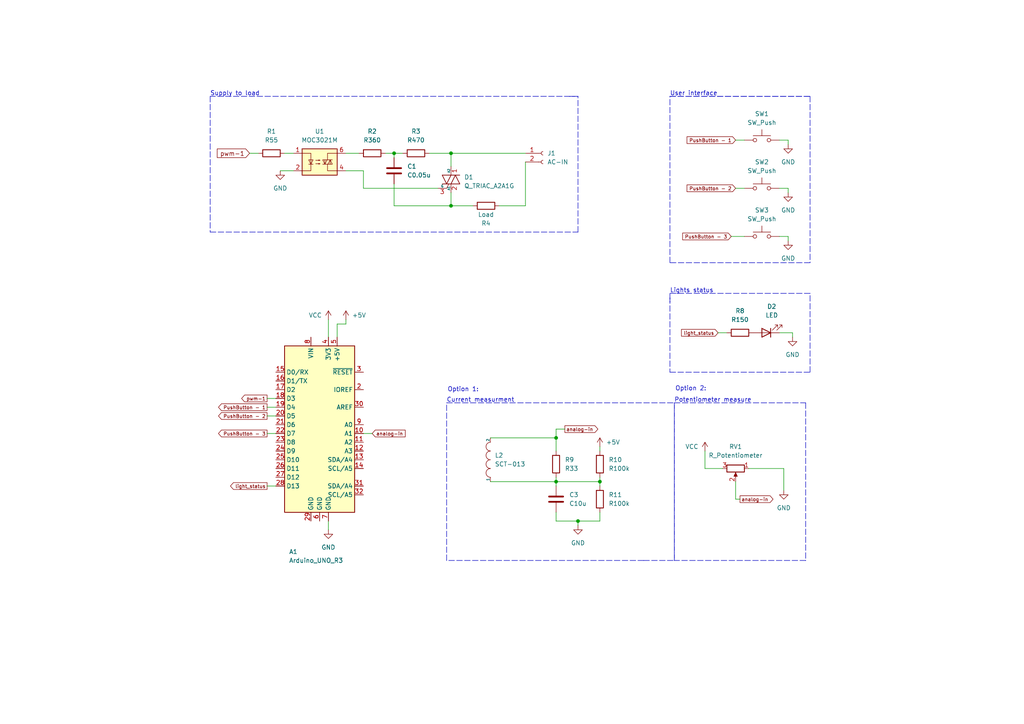
<source format=kicad_sch>
(kicad_sch (version 20231120) (generator "eeschema") (generator_version "8.0")
  (paper "A4")
  (lib_symbols
    (symbol "Connector:Conn_01x02_Female" (pin_names (offset 1.016) hide)
      (property "Reference" "J" (at 0 2.54 0))
      (property "Value" "Conn_01x02_Female" (at 0 -5.08 0))
      (symbol "Conn_01x02_Female_1_1"
        (arc (start 0 -2.032) (mid -0.5058 -2.54) (end 0 -3.048) (stroke (width 0.1524)))
        (polyline (pts (xy -1.27 -2.54) (xy -0.508 -2.54)) (stroke (width 0.1524)))
        (polyline (pts (xy -1.27 0) (xy -0.508 0)) (stroke (width 0.1524)))
        (arc (start 0 0.508) (mid -0.5058 0) (end 0 -0.508) (stroke (width 0.1524)))
        (pin passive line (at -5.08 0 0) (length 3.81) (name "Pin_1") (number "1"))
        (pin passive line (at -5.08 -2.54 0) (length 3.81) (name "Pin_2") (number "2"))
      )
    )
    (symbol "Device:C" (pin_numbers hide) (pin_names (offset 0.254))
      (property "Reference" "C" (at 0.635 2.54 0))
      (property "Value" "C" (at 0.635 -2.54 0))
      (symbol "C_0_1"
        (polyline (pts (xy -2.032 -0.762) (xy 2.032 -0.762)) (stroke (width 0.508)))
        (polyline (pts (xy -2.032 0.762) (xy 2.032 0.762)) (stroke (width 0.508)))
      )
      (symbol "C_1_1"
        (pin passive line (at 0 3.81 270) (length 2.794) (name "~") (number "1"))
        (pin passive line (at 0 -3.81 90) (length 2.794) (name "~") (number "2"))
      )
    )
    (symbol "Device:LED" (pin_numbers hide) (pin_names (offset 1.016) hide)
      (property "Reference" "D" (at 0 2.54 0))
      (property "Value" "LED" (at 0 -2.54 0))
      (symbol "LED_0_1"
        (polyline (pts (xy -1.27 -1.27) (xy -1.27 1.27)) (stroke (width 0.254)))
        (polyline (pts (xy -1.27 0) (xy 1.27 0)))
        (polyline (pts (xy 1.27 -1.27) (xy 1.27 1.27) (xy -1.27 0) (xy 1.27 -1.27)) (stroke (width 0.254)))
        (polyline (pts (xy -3.048 -0.762) (xy -4.572 -2.286) (xy -3.81 -2.286) (xy -4.572 -2.286) (xy -4.572 -1.524)))
        (polyline (pts (xy -1.778 -0.762) (xy -3.302 -2.286) (xy -2.54 -2.286) (xy -3.302 -2.286) (xy -3.302 -1.524)))
      )
      (symbol "LED_1_1"
        (pin passive line (at -3.81 0 0) (length 2.54) (name "K") (number "1"))
        (pin passive line (at 3.81 0 180) (length 2.54) (name "A") (number "2"))
      )
    )
    (symbol "Device:Q_TRIAC_A2A1G" (pin_names (offset 0))
      (property "Reference" "D" (at 3.175 0.635 0))
      (property "Value" "Q_TRIAC_A2A1G" (at 3.175 -1.27 0))
      (symbol "Q_TRIAC_A2A1G_0_1"
        (polyline (pts (xy -2.54 -1.27) (xy 2.54 -1.27)) (stroke (width 0.2032)))
        (polyline (pts (xy -2.54 1.27) (xy 2.54 1.27)) (stroke (width 0.2032)))
        (polyline (pts (xy -1.27 -2.54) (xy -0.635 -1.27)))
        (polyline (pts (xy -2.54 1.27) (xy -1.27 -1.27) (xy 0 1.27)) (stroke (width 0.2032)))
        (polyline (pts (xy 0 -1.27) (xy 1.27 1.27) (xy 2.54 -1.27)) (stroke (width 0.2032)))
      )
      (symbol "Q_TRIAC_A2A1G_1_1"
        (pin passive line (at 0 3.81 270) (length 2.54) (name "A2") (number "1"))
        (pin passive line (at 0 -3.81 90) (length 2.54) (name "A1") (number "2"))
        (pin input line (at -3.81 -2.54 0) (length 2.54) (name "G") (number "3"))
      )
    )
    (symbol "Device:R" (pin_numbers hide) (pin_names (offset 0))
      (property "Reference" "R" (at 2.032 0 90))
      (property "Value" "R" (at 0 0 90))
      (symbol "R_0_1"
        (rectangle (start -1.016 -2.54) (end 1.016 2.54) (stroke (width 0.254)))
      )
      (symbol "R_1_1"
        (pin passive line (at 0 3.81 270) (length 1.27) (name "~") (number "1"))
        (pin passive line (at 0 -3.81 90) (length 1.27) (name "~") (number "2"))
      )
    )
    (symbol "Device:R_Potentiometer" (pin_names (offset 1.016) hide)
      (property "Reference" "RV" (at -4.445 0 90))
      (property "Value" "R_Potentiometer" (at -2.54 0 90))
      (symbol "R_Potentiometer_0_1"
        (polyline (pts (xy 2.54 0) (xy 1.524 0)))
        (polyline (pts (xy 1.143 0) (xy 2.286 0.508) (xy 2.286 -0.508) (xy 1.143 0)) (fill (type outline)))
        (rectangle (start 1.016 2.54) (end -1.016 -2.54) (stroke (width 0.254)))
      )
      (symbol "R_Potentiometer_1_1"
        (pin passive line (at 0 3.81 270) (length 1.27) (name "1") (number "1"))
        (pin passive line (at 3.81 0 180) (length 1.27) (name "2") (number "2"))
        (pin passive line (at 0 -3.81 90) (length 1.27) (name "3") (number "3"))
      )
    )
    (symbol "MCU_Module:Arduino_UNO_R3"
      (property "Reference" "A" (at -10.16 23.495 0))
      (property "Value" "Arduino_UNO_R3" (at 5.08 -26.67 0))
      (symbol "Arduino_UNO_R3_0_1"
        (rectangle (start -10.16 22.86) (end 10.16 -25.4) (stroke (width 0.254)) (fill (type background)))
      )
      (symbol "Arduino_UNO_R3_1_1"
        (pin no_connect line (at -10.16 -20.32 0) (length 2.54) hide (name "NC") (number "1"))
        (pin bidirectional line (at 12.7 -2.54 180) (length 2.54) (name "A1") (number "10"))
        (pin bidirectional line (at 12.7 -5.08 180) (length 2.54) (name "A2") (number "11"))
        (pin bidirectional line (at 12.7 -7.62 180) (length 2.54) (name "A3") (number "12"))
        (pin bidirectional line (at 12.7 -10.16 180) (length 2.54) (name "SDA/A4") (number "13"))
        (pin bidirectional line (at 12.7 -12.7 180) (length 2.54) (name "SCL/A5") (number "14"))
        (pin bidirectional line (at -12.7 15.24 0) (length 2.54) (name "D0/RX") (number "15"))
        (pin bidirectional line (at -12.7 12.7 0) (length 2.54) (name "D1/TX") (number "16"))
        (pin bidirectional line (at -12.7 10.16 0) (length 2.54) (name "D2") (number "17"))
        (pin bidirectional line (at -12.7 7.62 0) (length 2.54) (name "D3") (number "18"))
        (pin bidirectional line (at -12.7 5.08 0) (length 2.54) (name "D4") (number "19"))
        (pin output line (at 12.7 10.16 180) (length 2.54) (name "IOREF") (number "2"))
        (pin bidirectional line (at -12.7 2.54 0) (length 2.54) (name "D5") (number "20"))
        (pin bidirectional line (at -12.7 0 0) (length 2.54) (name "D6") (number "21"))
        (pin bidirectional line (at -12.7 -2.54 0) (length 2.54) (name "D7") (number "22"))
        (pin bidirectional line (at -12.7 -5.08 0) (length 2.54) (name "D8") (number "23"))
        (pin bidirectional line (at -12.7 -7.62 0) (length 2.54) (name "D9") (number "24"))
        (pin bidirectional line (at -12.7 -10.16 0) (length 2.54) (name "D10") (number "25"))
        (pin bidirectional line (at -12.7 -12.7 0) (length 2.54) (name "D11") (number "26"))
        (pin bidirectional line (at -12.7 -15.24 0) (length 2.54) (name "D12") (number "27"))
        (pin bidirectional line (at -12.7 -17.78 0) (length 2.54) (name "D13") (number "28"))
        (pin power_in line (at -2.54 -27.94 90) (length 2.54) (name "GND") (number "29"))
        (pin input line (at 12.7 15.24 180) (length 2.54) (name "~{RESET}") (number "3"))
        (pin input line (at 12.7 5.08 180) (length 2.54) (name "AREF") (number "30"))
        (pin bidirectional line (at 12.7 -17.78 180) (length 2.54) (name "SDA/A4") (number "31"))
        (pin bidirectional line (at 12.7 -20.32 180) (length 2.54) (name "SCL/A5") (number "32"))
        (pin power_out line (at 2.54 25.4 270) (length 2.54) (name "3V3") (number "4"))
        (pin power_out line (at 5.08 25.4 270) (length 2.54) (name "+5V") (number "5"))
        (pin power_in line (at 0 -27.94 90) (length 2.54) (name "GND") (number "6"))
        (pin power_in line (at 2.54 -27.94 90) (length 2.54) (name "GND") (number "7"))
        (pin power_in line (at -2.54 25.4 270) (length 2.54) (name "VIN") (number "8"))
        (pin bidirectional line (at 12.7 0 180) (length 2.54) (name "A0") (number "9"))
      )
    )
    (symbol "Relay_SolidState:MOC3021M"
      (property "Reference" "U" (at -5.334 4.826 0))
      (property "Value" "MOC3021M" (at 0 5.08 0))
      (symbol "MOC3021M_0_1"
        (rectangle (start -5.08 3.81) (end 5.08 -3.81) (stroke (width 0.254)) (fill (type background)))
        (polyline (pts (xy -3.175 -0.635) (xy -1.905 -0.635)))
        (polyline (pts (xy 1.524 -0.635) (xy 1.524 0.635)))
        (polyline (pts (xy 3.048 0.635) (xy 3.048 -0.635)))
        (polyline (pts (xy 2.286 -0.635) (xy 2.286 -2.54) (xy 5.08 -2.54)))
        (polyline (pts (xy 2.286 0.635) (xy 2.286 2.54) (xy 5.08 2.54)))
        (polyline (pts (xy -5.08 2.54) (xy -2.54 2.54) (xy -2.54 -2.54) (xy -5.08 -2.54)))
        (polyline (pts (xy -2.54 -0.635) (xy -3.175 0.635) (xy -1.905 0.635) (xy -2.54 -0.635)))
        (polyline (pts (xy 0.889 -0.635) (xy 3.683 -0.635) (xy 3.048 0.635) (xy 2.413 -0.635)))
        (polyline (pts (xy 3.683 0.635) (xy 0.889 0.635) (xy 1.524 -0.635) (xy 2.159 0.635)))
        (polyline (pts (xy -1.143 -0.508) (xy 0.127 -0.508) (xy -0.254 -0.635) (xy -0.254 -0.381) (xy 0.127 -0.508)))
        (polyline (pts (xy -1.143 0.508) (xy 0.127 0.508) (xy -0.254 0.381) (xy -0.254 0.635) (xy 0.127 0.508)))
      )
      (symbol "MOC3021M_1_1"
        (pin passive line (at -7.62 2.54 0) (length 2.54) (name "~") (number "1"))
        (pin passive line (at -7.62 -2.54 0) (length 2.54) (name "~") (number "2"))
        (pin no_connect line (at -5.08 0 0) (length 2.54) hide (name "NC") (number "3"))
        (pin passive line (at 7.62 -2.54 180) (length 2.54) (name "~") (number "4"))
        (pin no_connect line (at 5.08 0 180) (length 2.54) hide (name "NC") (number "5"))
        (pin passive line (at 7.62 2.54 180) (length 2.54) (name "~") (number "6"))
      )
    )
    (symbol "Switch:SW_Push" (pin_numbers hide) (pin_names (offset 1.016) hide)
      (property "Reference" "SW" (at 1.27 2.54 0))
      (property "Value" "SW_Push" (at 0 -1.524 0))
      (symbol "SW_Push_0_1"
        (circle (center -2.032 0) (radius 0.508))
        (polyline (pts (xy 0 1.27) (xy 0 3.048)))
        (polyline (pts (xy 2.54 1.27) (xy -2.54 1.27)))
        (circle (center 2.032 0) (radius 0.508))
        (pin passive line (at -5.08 0 0) (length 2.54) (name "1") (number "1"))
        (pin passive line (at 5.08 0 180) (length 2.54) (name "2") (number "2"))
      )
    )
    (symbol "power:+5V" (power) (pin_names (offset 0))
      (property "Value" "+5V" (at 0 3.556 0))
      (symbol "+5V_0_1"
        (polyline (pts (xy -0.762 1.27) (xy 0 2.54)))
        (polyline (pts (xy 0 0) (xy 0 2.54)))
        (polyline (pts (xy 0 2.54) (xy 0.762 1.27)))
      )
      (symbol "+5V_1_1"
        (pin power_in line (at 0 0 90) (length 0) hide (name "+5V") (number "1"))
      )
    )
    (symbol "power:GND" (power) (pin_names (offset 0))
      (property "Value" "GND" (at 0 -3.81 0))
      (symbol "GND_0_1"
        (polyline (pts (xy 0 0) (xy 0 -1.27) (xy 1.27 -1.27) (xy 0 -2.54) (xy -1.27 -1.27) (xy 0 -1.27)))
      )
      (symbol "GND_1_1"
        (pin power_in line (at 0 0 270) (length 0) hide (name "GND") (number "1"))
      )
    )
    (symbol "power:VCC" (power) (pin_names (offset 0))
      (property "Value" "VCC" (at 0 3.81 0))
      (symbol "VCC_0_1"
        (polyline (pts (xy -0.762 1.27) (xy 0 2.54)))
        (polyline (pts (xy 0 0) (xy 0 2.54)))
        (polyline (pts (xy 0 2.54) (xy 0.762 1.27)))
      )
      (symbol "VCC_1_1"
        (pin power_in line (at 0 0 90) (length 0) hide (name "VCC") (number "1"))
      )
    )
    (symbol "pspice:INDUCTOR" (pin_numbers hide) (pin_names (offset 0))
      (property "Reference" "L" (at 0 2.54 0))
      (property "Value" "INDUCTOR" (at 0 -1.27 0))
      (symbol "INDUCTOR_0_1"
        (arc (start -2.54 0) (mid -3.81 1.2645) (end -5.08 0))
        (arc (start 0 0) (mid -1.27 1.2645) (end -2.54 0))
        (arc (start 2.54 0) (mid 1.27 1.2645) (end 0 0))
        (arc (start 5.08 0) (mid 3.81 1.2645) (end 2.54 0))
      )
      (symbol "INDUCTOR_1_1"
        (pin input line (at -6.35 0 0) (length 1.27) (name "1") (number "1"))
        (pin input line (at 6.35 0 180) (length 1.27) (name "2") (number "2"))
      )
    )
  )
  (junction (at 167.64 151.13))
  (junction (at 130.81 44.45))
  (junction (at 173.99 139.7))
  (junction (at 130.81 59.69))
  (junction (at 114.3 44.45))
  (junction (at 161.29 139.7))
  (junction (at 161.29 127))
  (wire (pts (xy 226.06 96.52) (xy 229.87 96.52)))
  (polyline (pts (xy 167.64 27.94) (xy 60.96 27.94)) (stroke (width 0) (type dash)))
  (wire (pts (xy 163.83 124.46) (xy 161.29 124.46)))
  (wire (pts (xy 130.81 55.88) (xy 130.81 59.69)))
  (wire (pts (xy 142.24 139.7) (xy 161.29 139.7)))
  (wire (pts (xy 217.17 135.89) (xy 227.33 135.89)))
  (polyline (pts (xy 186.69 162.56) (xy 129.54 162.56)) (stroke (width 0) (type dash)))
  (polyline (pts (xy 167.64 67.31) (xy 167.64 27.94)) (stroke (width 0) (type dash)))
  (wire (pts (xy 130.81 44.45) (xy 124.46 44.45)))
  (wire (pts (xy 213.36 54.61) (xy 215.9 54.61)))
  (polyline (pts (xy 194.31 107.95) (xy 234.95 107.95)) (stroke (width 0) (type dash)))
  (wire (pts (xy 114.3 44.45) (xy 116.84 44.45)))
  (wire (pts (xy 95.25 92.71) (xy 95.25 97.79)))
  (polyline (pts (xy 194.31 85.09) (xy 194.31 87.63)) (stroke (width 0) (type dash)))
  (wire (pts (xy 161.29 130.81) (xy 161.29 127)))
  (wire (pts (xy 130.81 59.69) (xy 114.3 59.69)))
  (wire (pts (xy 105.41 54.61) (xy 105.41 49.53)))
  (polyline (pts (xy 60.96 67.31) (xy 167.64 67.31)) (stroke (width 0) (type dash)))
  (wire (pts (xy 130.81 59.69) (xy 137.16 59.69)))
  (wire (pts (xy 226.06 54.61) (xy 228.6 54.61)))
  (wire (pts (xy 173.99 151.13) (xy 173.99 148.59)))
  (wire (pts (xy 227.33 135.89) (xy 227.33 142.24)))
  (wire (pts (xy 95.25 153.67) (xy 95.25 151.13)))
  (wire (pts (xy 228.6 54.61) (xy 228.6 55.88)))
  (wire (pts (xy 130.81 48.26) (xy 130.81 44.45)))
  (wire (pts (xy 82.55 44.45) (xy 85.09 44.45)))
  (wire (pts (xy 114.3 59.69) (xy 114.3 53.34)))
  (polyline (pts (xy 234.95 85.09) (xy 194.31 85.09)) (stroke (width 0) (type dash)))
  (wire (pts (xy 161.29 138.43) (xy 161.29 139.7)))
  (wire (pts (xy 161.29 139.7) (xy 161.29 140.97)))
  (wire (pts (xy 161.29 124.46) (xy 161.29 127)))
  (wire (pts (xy 208.28 96.52) (xy 210.82 96.52)))
  (wire (pts (xy 228.6 68.58) (xy 228.6 69.85)))
  (polyline (pts (xy 195.58 116.84) (xy 195.58 162.56)) (stroke (width 0) (type dash)))
  (polyline (pts (xy 194.31 27.94) (xy 234.95 27.94)) (stroke (width 0) (type dash)))
  (wire (pts (xy 114.3 44.45) (xy 114.3 45.72)))
  (wire (pts (xy 226.06 68.58) (xy 228.6 68.58)))
  (polyline (pts (xy 194.31 27.94) (xy 234.95 27.94)) (stroke (width 0) (type dash)))
  (wire (pts (xy 111.76 44.45) (xy 114.3 44.45)))
  (wire (pts (xy 173.99 138.43) (xy 173.99 139.7)))
  (wire (pts (xy 161.29 139.7) (xy 173.99 139.7)))
  (wire (pts (xy 161.29 151.13) (xy 167.64 151.13)))
  (polyline (pts (xy 233.68 116.84) (xy 233.68 162.56)) (stroke (width 0) (type dash)))
  (wire (pts (xy 77.47 125.73) (xy 80.01 125.73)))
  (wire (pts (xy 97.79 93.98) (xy 97.79 97.79)))
  (polyline (pts (xy 195.58 162.56) (xy 195.58 116.84)) (stroke (width 0) (type dash)))
  (wire (pts (xy 77.47 140.97) (xy 80.01 140.97)))
  (wire (pts (xy 167.64 151.13) (xy 173.99 151.13)))
  (polyline (pts (xy 233.68 162.56) (xy 195.58 162.56)) (stroke (width 0) (type dash)))
  (wire (pts (xy 100.33 92.71) (xy 100.33 93.98)))
  (wire (pts (xy 173.99 129.54) (xy 173.99 130.81)))
  (polyline (pts (xy 234.95 76.2) (xy 194.31 76.2)) (stroke (width 0) (type dash)))
  (wire (pts (xy 229.87 96.52) (xy 229.87 97.79)))
  (wire (pts (xy 152.4 46.99) (xy 152.4 59.69)))
  (wire (pts (xy 213.36 144.78) (xy 214.63 144.78)))
  (wire (pts (xy 77.47 118.11) (xy 80.01 118.11)))
  (wire (pts (xy 100.33 93.98) (xy 97.79 93.98)))
  (wire (pts (xy 127 54.61) (xy 105.41 54.61)))
  (polyline (pts (xy 129.54 162.56) (xy 129.54 116.84)) (stroke (width 0) (type dash)))
  (wire (pts (xy 226.06 40.64) (xy 228.6 40.64)))
  (wire (pts (xy 173.99 139.7) (xy 173.99 140.97)))
  (polyline (pts (xy 165.1 27.94) (xy 167.64 27.94)) (stroke (width 0) (type dash)))
  (polyline (pts (xy 194.31 86.36) (xy 194.31 107.95)) (stroke (width 0) (type dash)))
  (wire (pts (xy 130.81 44.45) (xy 152.4 44.45)))
  (polyline (pts (xy 186.69 162.56) (xy 195.58 162.56)) (stroke (width 0) (type dash)))
  (polyline (pts (xy 60.96 27.94) (xy 60.96 67.31)) (stroke (width 0) (type dash)))
  (polyline (pts (xy 234.95 27.94) (xy 234.95 76.2)) (stroke (width 0) (type dash)))
  (polyline (pts (xy 233.68 162.56) (xy 233.68 162.56)) (stroke (width 0) (type dash)))
  (wire (pts (xy 72.39 44.45) (xy 74.93 44.45)))
  (wire (pts (xy 107.95 125.73) (xy 105.41 125.73)))
  (polyline (pts (xy 194.31 76.2) (xy 194.31 27.94)) (stroke (width 0) (type dash)))
  (wire (pts (xy 105.41 49.53) (xy 100.33 49.53)))
  (wire (pts (xy 167.64 152.4) (xy 167.64 151.13)))
  (polyline (pts (xy 195.58 116.84) (xy 233.68 116.84)) (stroke (width 0) (type dash)))
  (wire (pts (xy 204.47 135.89) (xy 209.55 135.89)))
  (wire (pts (xy 77.47 115.57) (xy 80.01 115.57)))
  (wire (pts (xy 144.78 59.69) (xy 152.4 59.69)))
  (wire (pts (xy 161.29 148.59) (xy 161.29 151.13)))
  (polyline (pts (xy 129.54 116.84) (xy 195.58 116.84)) (stroke (width 0) (type dash)))
  (wire (pts (xy 161.29 127) (xy 142.24 127)))
  (wire (pts (xy 81.28 49.53) (xy 85.09 49.53)))
  (wire (pts (xy 212.09 68.58) (xy 215.9 68.58)))
  (wire (pts (xy 104.14 44.45) (xy 100.33 44.45)))
  (wire (pts (xy 204.47 130.81) (xy 204.47 135.89)))
  (wire (pts (xy 213.36 40.64) (xy 215.9 40.64)))
  (wire (pts (xy 213.36 139.7) (xy 213.36 144.78)))
  (wire (pts (xy 77.47 120.65) (xy 80.01 120.65)))
  (polyline (pts (xy 234.95 107.95) (xy 234.95 85.09)) (stroke (width 0) (type dash)))
  (wire (pts (xy 228.6 40.64) (xy 228.6 41.91)))
  (text "Potentiometer measure\n" (at 195.58 116.84 0) (effects (font (size 1.27 1.27)) (justify left bottom)))
  (text "Lights status\n" (at 194.31 85.09 0) (effects (font (size 1.27 1.27)) (justify left bottom)))
  (text "Option 2:\n" (at 195.834 113.538 0) (effects (font (size 1.27 1.27)) (justify left bottom)))
  (text "Current measurment" (at 129.54 116.84 0) (effects (font (size 1.27 1.27)) (justify left bottom)))
  (text "Supply to load" (at 60.96 27.94 0) (effects (font (size 1.27 1.27)) (justify left bottom)))
  (text "User interface\n" (at 194.31 27.94 0) (effects (font (size 1.27 1.27)) (justify left bottom)))
  (text "Option 1:\n" (at 129.794 113.792 0) (effects (font (size 1.27 1.27)) (justify left bottom)))
  (global_label "PushButton - 3" (shape output) (at 77.47 125.73 180) (effects (font (size 1 1))) (property "Intersheetrefs" "${INTERSHEET_REFS}" (effects (hide yes))))
  (global_label "light_status" (shape input) (at 208.28 96.52 180) (effects (font (size 1 1))) (property "Intersheetrefs" "${INTERSHEET_REFS}" (effects (hide yes))))
  (global_label "analog-in" (shape output) (at 214.63 144.78 0) (effects (font (size 1 1))) (property "Intersheetrefs" "${INTERSHEET_REFS}" (effects (hide yes))))
  (global_label "pwm-1" (shape output) (at 77.47 115.57 180) (effects (font (size 1 1))) (property "Intersheetrefs" "${INTERSHEET_REFS}" (effects (hide yes))))
  (global_label "PushButton - 2" (shape input) (at 213.36 54.61 180) (effects (font (size 1 1))) (property "Intersheetrefs" "${INTERSHEET_REFS}" (effects (hide yes))))
  (global_label "light_status" (shape output) (at 77.47 140.97 180) (effects (font (size 1 1))) (property "Intersheetrefs" "${INTERSHEET_REFS}" (effects (hide yes))))
  (global_label "pwm-1" (shape input) (at 72.39 44.45 180) (property "Intersheetrefs" "${INTERSHEET_REFS}" (effects (hide yes))))
  (global_label "PushButton - 2" (shape output) (at 77.47 120.65 180) (effects (font (size 1 1))) (property "Intersheetrefs" "${INTERSHEET_REFS}" (effects (hide yes))))
  (global_label "PushButton - 3" (shape input) (at 212.09 68.58 180) (effects (font (size 1 1))) (property "Intersheetrefs" "${INTERSHEET_REFS}" (effects (hide yes))))
  (global_label "PushButton - 1" (shape input) (at 213.36 40.64 180) (effects (font (size 1 1))) (property "Intersheetrefs" "${INTERSHEET_REFS}" (effects (hide yes))))
  (global_label "PushButton - 1" (shape output) (at 77.47 118.11 180) (effects (font (size 1 1))) (property "Intersheetrefs" "${INTERSHEET_REFS}" (effects (hide yes))))
  (global_label "analog-in" (shape input) (at 107.95 125.73 0) (effects (font (size 1 1))) (property "Intersheetrefs" "${INTERSHEET_REFS}" (effects (hide yes))))
  (global_label "analog-in" (shape output) (at 163.83 124.46 0) (effects (font (size 1 1))) (property "Intersheetrefs" "${INTERSHEET_REFS}" (effects (hide yes))))
  (symbol (lib_id "Device:LED") (at 222.25 96.52 180) (unit 1)
    (property "Reference" "D2" (at 223.8375 88.9 0))
    (property "Value" "LED" (at 223.8375 91.44 0))
  )
  (symbol (lib_id "Device:C") (at 114.3 49.53 0) (unit 1)
    (property "Reference" "C1" (at 118.11 48.2599 0) (effects (justify left)))
    (property "Value" "C0.05u" (at 118.11 50.7999 0) (effects (justify left)))
  )
  (symbol (lib_id "power:GND") (at 95.25 153.67 0) (unit 1)
    (property "Reference" "#PWR02" (effects (hide yes)))
    (property "Value" "GND" (at 95.25 158.75 0))
  )
  (symbol (lib_id "Device:R") (at 107.95 44.45 90) (unit 1)
    (property "Reference" "R2" (at 107.95 38.1 90))
    (property "Value" "R360" (at 107.95 40.64 90))
  )
  (symbol (lib_id "Device:C") (at 161.29 144.78 0) (unit 1)
    (property "Reference" "C3" (at 165.1 143.5099 0) (effects (justify left)))
    (property "Value" "C10u" (at 165.1 146.0499 0) (effects (justify left)))
  )
  (symbol (lib_id "power:GND") (at 167.64 152.4 0) (unit 1)
    (property "Reference" "#PWR011" (effects (hide yes)))
    (property "Value" "GND" (at 167.64 157.48 0))
  )
  (symbol (lib_id "power:+5V") (at 173.99 129.54 0) (unit 1)
    (property "Reference" "#PWR012" (effects (hide yes)))
    (property "Value" "+5V" (at 177.8 128.27 0))
  )
  (symbol (lib_id "power:GND") (at 228.6 55.88 0) (unit 1)
    (property "Reference" "#PWR04" (effects (hide yes)))
    (property "Value" "GND" (at 228.6 60.96 0))
  )
  (symbol (lib_id "Device:R_Potentiometer") (at 213.36 135.89 270) (unit 1)
    (property "Reference" "RV1" (at 213.36 129.54 90))
    (property "Value" "R_Potentiometer" (at 213.36 132.08 90))
    (property "Description" "Potentiometer" (effects (hide yes)))
  )
  (symbol (lib_id "Switch:SW_Push") (at 220.98 68.58 0) (unit 1)
    (property "Reference" "SW3" (at 220.98 60.96 0))
    (property "Value" "SW_Push" (at 220.98 63.5 0))
  )
  (symbol (lib_id "Device:R") (at 173.99 144.78 0) (unit 1)
    (property "Reference" "R11" (at 176.53 143.5099 0) (effects (justify left)))
    (property "Value" "R100k" (at 176.53 146.0499 0) (effects (justify left)))
  )
  (symbol (lib_id "Device:R") (at 78.74 44.45 90) (unit 1)
    (property "Reference" "R1" (at 78.74 38.1 90))
    (property "Value" "R55" (at 78.74 40.64 90))
  )
  (symbol (lib_id "Switch:SW_Push") (at 220.98 54.61 0) (unit 1)
    (property "Reference" "SW2" (at 220.98 46.99 0))
    (property "Value" "SW_Push" (at 220.98 49.53 0))
  )
  (symbol (lib_id "Device:R") (at 214.63 96.52 90) (unit 1)
    (property "Reference" "R8" (at 214.63 90.17 90))
    (property "Value" "R150" (at 214.63 92.71 90))
  )
  (symbol (lib_id "Device:R") (at 161.29 134.62 0) (unit 1)
    (property "Reference" "R9" (at 163.83 133.3499 0) (effects (justify left)))
    (property "Value" "R33" (at 163.83 135.8899 0) (effects (justify left)))
  )
  (symbol (lib_id "power:+5V") (at 100.33 92.71 0) (unit 1)
    (property "Reference" "#PWR07" (effects (hide yes)))
    (property "Value" "+5V" (at 104.14 91.44 0))
  )
  (symbol (lib_id "Switch:SW_Push") (at 220.98 40.64 0) (unit 1)
    (property "Reference" "SW1" (at 220.98 33.02 0))
    (property "Value" "SW_Push" (at 220.98 35.56 0))
  )
  (symbol (lib_id "Relay_SolidState:MOC3021M") (at 92.71 46.99 0) (unit 1)
    (property "Reference" "U1" (at 92.71 38.1 0))
    (property "Value" "MOC3021M" (at 92.71 40.64 0))
    (property "Datasheet" "https://www.onsemi.com/pub/Collateral/MOC3023M-D.PDF" (effects (hide yes)))
  )
  (symbol (lib_id "power:GND") (at 227.33 142.24 0) (unit 1)
    (property "Reference" "#PWR09" (effects (hide yes)))
    (property "Value" "GND" (at 227.33 147.32 0))
  )
  (symbol (lib_id "Device:R") (at 120.65 44.45 90) (unit 1)
    (property "Reference" "R3" (at 120.65 38.1 90))
    (property "Value" "R470" (at 120.65 40.64 90))
  )
  (symbol (lib_id "power:VCC") (at 204.47 130.81 0) (unit 1)
    (property "Reference" "#PWR08" (effects (hide yes)))
    (property "Value" "VCC" (at 200.66 129.54 0))
  )
  (symbol (lib_id "Connector:Conn_01x02_Female") (at 157.48 44.45 0) (unit 1)
    (property "Reference" "J1" (at 158.75 44.4499 0) (effects (justify left)))
    (property "Value" "AC-IN" (at 158.75 46.9899 0) (effects (justify left)))
  )
  (symbol (lib_id "Device:Q_TRIAC_A2A1G") (at 130.81 52.07 0) (unit 1)
    (property "Reference" "D1" (at 134.62 51.3841 0) (effects (justify left)))
    (property "Value" "Q_TRIAC_A2A1G" (at 134.62 53.9241 0) (effects (justify left)))
  )
  (symbol (lib_id "power:GND") (at 229.87 97.79 0) (unit 1)
    (property "Reference" "#PWR010" (effects (hide yes)))
    (property "Value" "GND" (at 229.87 102.87 0))
  )
  (symbol (lib_id "Device:R") (at 140.97 59.69 90) (unit 1)
    (property "Reference" "R4" (at 140.97 64.77 90))
    (property "Value" "Load" (at 140.97 62.23 90))
  )
  (symbol (lib_id "pspice:INDUCTOR") (at 142.24 133.35 90) (unit 1)
    (property "Reference" "L2" (at 143.51 132.0799 90) (effects (justify right)))
    (property "Value" "SCT-013" (at 143.51 134.6199 90) (effects (justify right)))
  )
  (symbol (lib_id "Device:R") (at 173.99 134.62 0) (unit 1)
    (property "Reference" "R10" (at 176.53 133.3499 0) (effects (justify left)))
    (property "Value" "R100k" (at 176.53 135.8899 0) (effects (justify left)))
  )
  (symbol (lib_id "MCU_Module:Arduino_UNO_R3") (at 92.71 123.19 0) (unit 1)
    (property "Reference" "A1" (at 83.82 160.02 0) (effects (justify left)))
    (property "Value" "Arduino_UNO_R3" (at 83.82 162.56 0) (effects (justify left)))
    (property "Footprint" "Module:Arduino_UNO_R3" (effects (hide yes)))
    (property "Datasheet" "https://www.arduino.cc/en/Main/arduinoBoardUno" (effects (hide yes)))
  )
  (symbol (lib_id "power:GND") (at 228.6 69.85 0) (unit 1)
    (property "Reference" "#PWR05" (effects (hide yes)))
    (property "Value" "GND" (at 228.6 74.93 0))
  )
  (symbol (lib_id "power:GND") (at 81.28 49.53 0) (unit 1)
    (property "Reference" "#PWR06" (effects (hide yes)))
    (property "Value" "GND" (at 81.28 54.61 0))
  )
  (symbol (lib_id "power:VCC") (at 95.25 92.71 0) (unit 1)
    (property "Reference" "#PWR01" (effects (hide yes)))
    (property "Value" "VCC" (at 91.44 91.44 0))
  )
  (symbol (lib_id "power:GND") (at 228.6 41.91 0) (unit 1)
    (property "Reference" "#PWR03" (effects (hide yes)))
    (property "Value" "GND" (at 228.6 46.99 0))
  )
)
</source>
